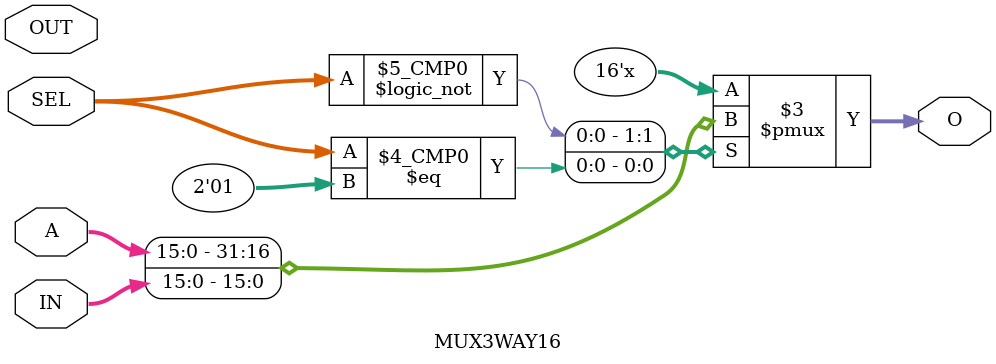
<source format=v>
module MUX3WAY16(input[15:0] OUT, IN, A, input[1:0] SEL, output reg [15:0] O);

	always @*
	case(SEL)
		2'b00 : O = A;
		2'b01 : O = IN;
		2'b01 : O = OUT;
	endcase
endmodule

</source>
